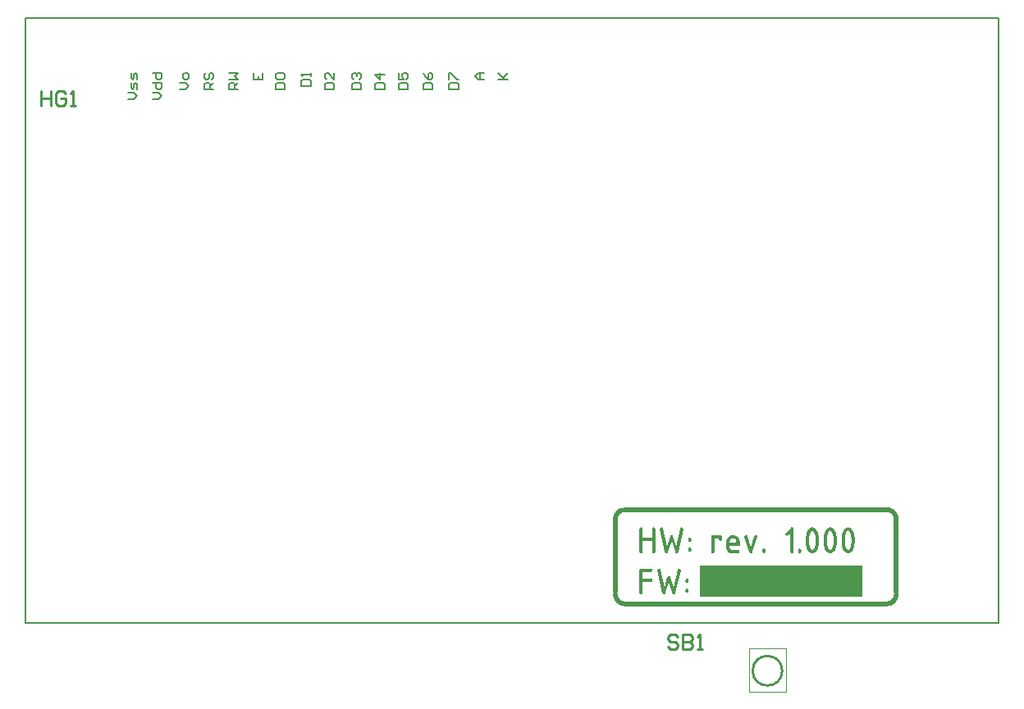
<source format=gto>
G04 Layer_Color=65535*
%FSLAX44Y44*%
%MOMM*%
G71*
G01*
G75*
%ADD10C,0.5000*%
%ADD26C,0.2540*%
%ADD27C,0.1000*%
%ADD28C,0.2000*%
%ADD29R,16.7500X3.2500*%
G36*
X812489Y239057D02*
X812734Y239009D01*
X813075Y238911D01*
X813417Y238667D01*
X813661Y238374D01*
X813856Y237983D01*
X813954Y237398D01*
Y214160D01*
Y214111D01*
X813905Y213916D01*
X813856Y213623D01*
X813759Y213330D01*
X813515Y213037D01*
X813222Y212744D01*
X812782Y212549D01*
X812197Y212500D01*
X812148D01*
X811953Y212549D01*
X811660Y212598D01*
X811367Y212695D01*
X811074Y212891D01*
X810781Y213183D01*
X810586Y213623D01*
X810537Y214160D01*
Y233883D01*
X808242Y231002D01*
X808145Y230905D01*
X807900Y230758D01*
X807510Y230612D01*
X807022Y230514D01*
X806973D01*
X806778Y230563D01*
X806485Y230612D01*
X806192Y230709D01*
X805899Y230954D01*
X805606Y231246D01*
X805411Y231637D01*
X805362Y232223D01*
Y232272D01*
Y232320D01*
X805411Y232613D01*
X805557Y233004D01*
X805801Y233395D01*
X810879Y238423D01*
X810927Y238472D01*
X810976Y238520D01*
X811269Y238764D01*
X811660Y239009D01*
X811953Y239057D01*
X812197Y239106D01*
X812294D01*
X812489Y239057D01*
D02*
G37*
G36*
X820496Y217089D02*
X820740Y217040D01*
X821082Y216943D01*
X821423Y216698D01*
X821667Y216406D01*
X821863Y216015D01*
X821960Y215429D01*
Y214160D01*
Y214111D01*
X821911Y213916D01*
X821863Y213623D01*
X821765Y213330D01*
X821521Y213037D01*
X821228Y212744D01*
X820789Y212549D01*
X820203Y212500D01*
X820154D01*
X819959Y212549D01*
X819666Y212598D01*
X819373Y212695D01*
X819080Y212891D01*
X818787Y213183D01*
X818592Y213623D01*
X818543Y214160D01*
Y215429D01*
Y215527D01*
X818592Y215722D01*
X818641Y215966D01*
X818738Y216308D01*
X818934Y216601D01*
X819227Y216894D01*
X819666Y217089D01*
X820203Y217138D01*
X820301D01*
X820496Y217089D01*
D02*
G37*
G36*
X775387Y231295D02*
X775631Y231246D01*
X775973Y231149D01*
X776315Y230905D01*
X776559Y230612D01*
X776754Y230221D01*
X776852Y229635D01*
Y229587D01*
Y229489D01*
X776803Y229342D01*
X776754Y229147D01*
X771677Y213818D01*
Y213769D01*
X771579Y213623D01*
X771482Y213379D01*
X771286Y213183D01*
X771091Y212939D01*
X770749Y212695D01*
X770408Y212549D01*
X769968Y212500D01*
X769773D01*
X769578Y212549D01*
X769285Y212647D01*
X769041Y212842D01*
X768748Y213037D01*
X768504Y213379D01*
X768308Y213818D01*
X763183Y229098D01*
Y229147D01*
Y229294D01*
X763134Y229635D01*
Y229684D01*
Y229782D01*
X763183Y230075D01*
X763329Y230465D01*
X763622Y230856D01*
X763719Y230954D01*
X763964Y231100D01*
X764305Y231246D01*
X764793Y231344D01*
X764989D01*
X765233Y231295D01*
X765477Y231198D01*
X765770Y231051D01*
X766014Y230856D01*
X766258Y230563D01*
X766453Y230172D01*
X769968Y218651D01*
X773483Y230172D01*
Y230221D01*
X773581Y230368D01*
X773679Y230563D01*
X773825Y230758D01*
X774069Y230954D01*
X774313Y231149D01*
X774655Y231295D01*
X775094Y231344D01*
X775192D01*
X775387Y231295D01*
D02*
G37*
G36*
X783540Y217089D02*
X783784Y217040D01*
X784126Y216943D01*
X784467Y216698D01*
X784712Y216406D01*
X784907Y216015D01*
X785005Y215429D01*
Y214160D01*
Y214111D01*
X784956Y213916D01*
X784907Y213623D01*
X784809Y213330D01*
X784565Y213037D01*
X784272Y212744D01*
X783833Y212549D01*
X783247Y212500D01*
X783198D01*
X783003Y212549D01*
X782710Y212598D01*
X782417Y212695D01*
X782124Y212891D01*
X781831Y213183D01*
X781636Y213623D01*
X781587Y214160D01*
Y215429D01*
Y215527D01*
X781636Y215722D01*
X781685Y215966D01*
X781783Y216308D01*
X781978Y216601D01*
X782271Y216894D01*
X782710Y217089D01*
X783247Y217138D01*
X783345D01*
X783540Y217089D01*
D02*
G37*
G36*
X852179Y239057D02*
X852423Y239009D01*
X852765Y238960D01*
X853156Y238813D01*
X853546Y238667D01*
X853986Y238472D01*
X854425Y238179D01*
X854913Y237837D01*
X855401Y237398D01*
X855889Y236909D01*
X856329Y236324D01*
X856768Y235591D01*
X857159Y234810D01*
X857500Y233883D01*
Y233834D01*
X857549Y233736D01*
X857598Y233541D01*
X857696Y233248D01*
X857793Y232955D01*
X857891Y232565D01*
X857989Y232076D01*
X858086Y231588D01*
X858184Y231002D01*
X858281Y230368D01*
X858477Y229001D01*
X858623Y227439D01*
X858672Y225779D01*
Y225730D01*
Y225583D01*
Y225339D01*
Y224998D01*
X858623Y224607D01*
Y224119D01*
X858574Y223582D01*
X858526Y222996D01*
X858379Y221727D01*
X858184Y220409D01*
X857891Y218993D01*
X857500Y217675D01*
Y217626D01*
X857403Y217431D01*
X857305Y217187D01*
X857159Y216845D01*
X856963Y216454D01*
X856719Y216015D01*
X856133Y215087D01*
X855352Y214160D01*
X854864Y213720D01*
X854327Y213330D01*
X853790Y212988D01*
X853156Y212744D01*
X852521Y212549D01*
X851789Y212500D01*
X851593D01*
X851398Y212549D01*
X851154Y212598D01*
X850812Y212647D01*
X850471Y212793D01*
X850031Y212939D01*
X849592Y213135D01*
X849152Y213428D01*
X848664Y213769D01*
X848176Y214160D01*
X847737Y214648D01*
X847249Y215234D01*
X846809Y215917D01*
X846419Y216747D01*
X846077Y217626D01*
Y217675D01*
X846028Y217772D01*
X845979Y217968D01*
X845882Y218212D01*
X845833Y218554D01*
X845735Y218944D01*
X845638Y219432D01*
X845540Y219921D01*
X845393Y220506D01*
X845296Y221141D01*
X845198Y221776D01*
X845149Y222508D01*
X845003Y224070D01*
X844954Y225779D01*
Y225828D01*
Y225974D01*
Y226218D01*
Y226560D01*
X845003Y226950D01*
Y227439D01*
X845052Y227976D01*
X845100Y228561D01*
X845247Y229831D01*
X845442Y231198D01*
X845686Y232565D01*
X846077Y233883D01*
Y233932D01*
X846174Y234127D01*
X846272Y234371D01*
X846419Y234713D01*
X846614Y235103D01*
X846858Y235543D01*
X847444Y236519D01*
X848225Y237446D01*
X848713Y237886D01*
X849250Y238276D01*
X849787Y238618D01*
X850422Y238862D01*
X851056Y239057D01*
X851789Y239106D01*
X851984D01*
X852179Y239057D01*
D02*
G37*
G36*
X833726D02*
X833970Y239009D01*
X834312Y238960D01*
X834702Y238813D01*
X835093Y238667D01*
X835532Y238472D01*
X835971Y238179D01*
X836460Y237837D01*
X836948Y237398D01*
X837436Y236909D01*
X837875Y236324D01*
X838315Y235591D01*
X838705Y234810D01*
X839047Y233883D01*
Y233834D01*
X839096Y233736D01*
X839145Y233541D01*
X839242Y233248D01*
X839340Y232955D01*
X839437Y232565D01*
X839535Y232076D01*
X839633Y231588D01*
X839730Y231002D01*
X839828Y230368D01*
X840023Y229001D01*
X840170Y227439D01*
X840219Y225779D01*
Y225730D01*
Y225583D01*
Y225339D01*
Y224998D01*
X840170Y224607D01*
Y224119D01*
X840121Y223582D01*
X840072Y222996D01*
X839926Y221727D01*
X839730Y220409D01*
X839437Y218993D01*
X839047Y217675D01*
Y217626D01*
X838949Y217431D01*
X838852Y217187D01*
X838705Y216845D01*
X838510Y216454D01*
X838266Y216015D01*
X837680Y215087D01*
X836899Y214160D01*
X836411Y213720D01*
X835874Y213330D01*
X835337Y212988D01*
X834702Y212744D01*
X834067Y212549D01*
X833335Y212500D01*
X833140D01*
X832945Y212549D01*
X832701Y212598D01*
X832359Y212647D01*
X832017Y212793D01*
X831578Y212939D01*
X831138Y213135D01*
X830699Y213428D01*
X830211Y213769D01*
X829723Y214160D01*
X829283Y214648D01*
X828795Y215234D01*
X828356Y215917D01*
X827965Y216747D01*
X827623Y217626D01*
Y217675D01*
X827574Y217772D01*
X827526Y217968D01*
X827428Y218212D01*
X827379Y218554D01*
X827282Y218944D01*
X827184Y219432D01*
X827086Y219921D01*
X826940Y220506D01*
X826842Y221141D01*
X826745Y221776D01*
X826696Y222508D01*
X826549Y224070D01*
X826500Y225779D01*
Y225828D01*
Y225974D01*
Y226218D01*
Y226560D01*
X826549Y226950D01*
Y227439D01*
X826598Y227976D01*
X826647Y228561D01*
X826793Y229831D01*
X826989Y231198D01*
X827233Y232565D01*
X827623Y233883D01*
Y233932D01*
X827721Y234127D01*
X827819Y234371D01*
X827965Y234713D01*
X828160Y235103D01*
X828404Y235543D01*
X828990Y236519D01*
X829771Y237446D01*
X830259Y237886D01*
X830797Y238276D01*
X831333Y238618D01*
X831968Y238862D01*
X832603Y239057D01*
X833335Y239106D01*
X833530D01*
X833726Y239057D01*
D02*
G37*
G36*
X707041Y218358D02*
X707285Y218309D01*
X707627Y218212D01*
X707968Y217968D01*
X708213Y217675D01*
X708408Y217284D01*
X708505Y216698D01*
Y215429D01*
Y215380D01*
X708457Y215185D01*
X708408Y214892D01*
X708310Y214599D01*
X708066Y214306D01*
X707773Y214013D01*
X707334Y213818D01*
X706748Y213769D01*
X706699D01*
X706504Y213818D01*
X706211Y213867D01*
X705918Y213965D01*
X705625Y214160D01*
X705332Y214453D01*
X705137Y214892D01*
X705088Y215429D01*
Y216698D01*
Y216796D01*
X705137Y216991D01*
X705186Y217235D01*
X705283Y217577D01*
X705479Y217870D01*
X705772Y218163D01*
X706211Y218358D01*
X706748Y218407D01*
X706846D01*
X707041Y218358D01*
D02*
G37*
G36*
X870633Y239057D02*
X870877Y239009D01*
X871218Y238960D01*
X871609Y238813D01*
X872000Y238667D01*
X872439Y238472D01*
X872878Y238179D01*
X873366Y237837D01*
X873855Y237398D01*
X874343Y236909D01*
X874782Y236324D01*
X875222Y235591D01*
X875612Y234810D01*
X875954Y233883D01*
Y233834D01*
X876003Y233736D01*
X876052Y233541D01*
X876149Y233248D01*
X876247Y232955D01*
X876345Y232565D01*
X876442Y232076D01*
X876540Y231588D01*
X876637Y231002D01*
X876735Y230368D01*
X876930Y229001D01*
X877077Y227439D01*
X877126Y225779D01*
Y225730D01*
Y225583D01*
Y225339D01*
Y224998D01*
X877077Y224607D01*
Y224119D01*
X877028Y223582D01*
X876979Y222996D01*
X876833Y221727D01*
X876637Y220409D01*
X876345Y218993D01*
X875954Y217675D01*
Y217626D01*
X875856Y217431D01*
X875759Y217187D01*
X875612Y216845D01*
X875417Y216454D01*
X875173Y216015D01*
X874587Y215087D01*
X873806Y214160D01*
X873318Y213720D01*
X872781Y213330D01*
X872244Y212988D01*
X871609Y212744D01*
X870974Y212549D01*
X870242Y212500D01*
X870047D01*
X869852Y212549D01*
X869607Y212598D01*
X869266Y212647D01*
X868924Y212793D01*
X868485Y212939D01*
X868045Y213135D01*
X867606Y213428D01*
X867118Y213769D01*
X866629Y214160D01*
X866190Y214648D01*
X865702Y215234D01*
X865263Y215917D01*
X864872Y216747D01*
X864530Y217626D01*
Y217675D01*
X864482Y217772D01*
X864433Y217968D01*
X864335Y218212D01*
X864286Y218554D01*
X864189Y218944D01*
X864091Y219432D01*
X863993Y219921D01*
X863847Y220506D01*
X863749Y221141D01*
X863652Y221776D01*
X863603Y222508D01*
X863456Y224070D01*
X863408Y225779D01*
Y225828D01*
Y225974D01*
Y226218D01*
Y226560D01*
X863456Y226950D01*
Y227439D01*
X863505Y227976D01*
X863554Y228561D01*
X863700Y229831D01*
X863896Y231198D01*
X864140Y232565D01*
X864530Y233883D01*
Y233932D01*
X864628Y234127D01*
X864726Y234371D01*
X864872Y234713D01*
X865067Y235103D01*
X865311Y235543D01*
X865897Y236519D01*
X866678Y237446D01*
X867167Y237886D01*
X867703Y238276D01*
X868241Y238618D01*
X868875Y238862D01*
X869510Y239057D01*
X870242Y239106D01*
X870437D01*
X870633Y239057D01*
D02*
G37*
G36*
X698693D02*
X698937Y239009D01*
X699279Y238911D01*
X699572Y238667D01*
X699865Y238374D01*
X700060Y237983D01*
X700109Y237398D01*
Y237349D01*
Y237300D01*
X700060Y237007D01*
X694934Y213867D01*
Y213818D01*
X694885Y213672D01*
X694787Y213428D01*
X694592Y213183D01*
X694397Y212939D01*
X694104Y212695D01*
X693713Y212549D01*
X693225Y212500D01*
X693030D01*
X692835Y212598D01*
X692542Y212695D01*
X692298Y212842D01*
X692005Y213086D01*
X691761Y213428D01*
X691565Y213867D01*
X688099Y225144D01*
X684633Y213867D01*
Y213818D01*
X684535Y213672D01*
X684438Y213428D01*
X684242Y213183D01*
X684047Y212939D01*
X683706Y212695D01*
X683364Y212549D01*
X682924Y212500D01*
X682729D01*
X682485Y212549D01*
X682192Y212647D01*
X681948Y212793D01*
X681655Y212988D01*
X681460Y213232D01*
X681313Y213623D01*
X676090Y237007D01*
Y237056D01*
Y237153D01*
Y237398D01*
Y237495D01*
X676139Y237691D01*
X676187Y237935D01*
X676285Y238276D01*
X676480Y238569D01*
X676773Y238862D01*
X677213Y239057D01*
X677750Y239106D01*
X677994D01*
X678189Y239057D01*
X678482Y238960D01*
X678775Y238862D01*
X679019Y238667D01*
X679214Y238374D01*
X679361Y238032D01*
X683266Y219384D01*
X686439Y229977D01*
Y230026D01*
X686537Y230172D01*
X686635Y230417D01*
X686830Y230661D01*
X687025Y230905D01*
X687318Y231149D01*
X687660Y231295D01*
X688050Y231344D01*
X688246D01*
X688490Y231295D01*
X688734Y231198D01*
X689027Y231051D01*
X689271Y230856D01*
X689515Y230612D01*
X689661Y230221D01*
X692932Y219384D01*
X696740Y237739D01*
Y237788D01*
X696789Y237935D01*
X696887Y238179D01*
X697082Y238423D01*
X697277Y238667D01*
X697570Y238911D01*
X697961Y239057D01*
X698400Y239106D01*
X698498D01*
X698693Y239057D01*
D02*
G37*
G36*
X704405Y175858D02*
X704649Y175809D01*
X704990Y175712D01*
X705332Y175468D01*
X705576Y175175D01*
X705772Y174784D01*
X705869Y174198D01*
Y172929D01*
Y172880D01*
X705820Y172685D01*
X705772Y172392D01*
X705674Y172099D01*
X705430Y171806D01*
X705137Y171513D01*
X704697Y171318D01*
X704112Y171269D01*
X704063D01*
X703868Y171318D01*
X703575Y171367D01*
X703282Y171465D01*
X702989Y171660D01*
X702696Y171953D01*
X702501Y172392D01*
X702452Y172929D01*
Y174198D01*
Y174296D01*
X702501Y174491D01*
X702550Y174735D01*
X702647Y175077D01*
X702842Y175370D01*
X703135Y175663D01*
X703575Y175858D01*
X704112Y175907D01*
X704209D01*
X704405Y175858D01*
D02*
G37*
G36*
X667253Y196557D02*
X667498Y196509D01*
X667839Y196411D01*
X668181Y196167D01*
X668425Y195874D01*
X668621Y195483D01*
X668718Y194898D01*
Y194849D01*
X668669Y194653D01*
X668621Y194361D01*
X668523Y194068D01*
X668279Y193775D01*
X667986Y193482D01*
X667546Y193287D01*
X666961Y193238D01*
X658417D01*
Y186257D01*
X667058D01*
X667253Y186208D01*
X667498Y186159D01*
X667839Y186061D01*
X668181Y185817D01*
X668425Y185524D01*
X668621Y185134D01*
X668718Y184548D01*
Y184499D01*
X668669Y184304D01*
X668621Y184011D01*
X668523Y183718D01*
X668279Y183425D01*
X667986Y183132D01*
X667546Y182937D01*
X666961Y182888D01*
X658417D01*
Y171660D01*
Y171611D01*
X658369Y171416D01*
X658320Y171123D01*
X658222Y170830D01*
X657978Y170537D01*
X657685Y170244D01*
X657246Y170049D01*
X656660Y170000D01*
X656611D01*
X656416Y170049D01*
X656123Y170098D01*
X655830Y170195D01*
X655537Y170390D01*
X655244Y170683D01*
X655049Y171123D01*
X655000Y171660D01*
Y194898D01*
Y194995D01*
X655049Y195191D01*
X655098Y195435D01*
X655195Y195776D01*
X655391Y196069D01*
X655684Y196362D01*
X656123Y196557D01*
X656660Y196606D01*
X667058D01*
X667253Y196557D01*
D02*
G37*
G36*
X704405Y186208D02*
X704649Y186159D01*
X704990Y186061D01*
X705332Y185817D01*
X705576Y185524D01*
X705772Y185134D01*
X705869Y184548D01*
Y183279D01*
Y183230D01*
X705820Y183035D01*
X705772Y182742D01*
X705674Y182449D01*
X705430Y182156D01*
X705137Y181863D01*
X704697Y181668D01*
X704112Y181619D01*
X704063D01*
X703868Y181668D01*
X703575Y181716D01*
X703282Y181814D01*
X702989Y182009D01*
X702696Y182302D01*
X702501Y182742D01*
X702452Y183279D01*
Y184548D01*
Y184646D01*
X702501Y184841D01*
X702550Y185085D01*
X702647Y185427D01*
X702842Y185720D01*
X703135Y186013D01*
X703575Y186208D01*
X704112Y186257D01*
X704209D01*
X704405Y186208D01*
D02*
G37*
G36*
X696057Y196557D02*
X696301Y196509D01*
X696642Y196411D01*
X696935Y196167D01*
X697228Y195874D01*
X697423Y195483D01*
X697472Y194898D01*
Y194849D01*
Y194800D01*
X697423Y194507D01*
X692298Y171367D01*
Y171318D01*
X692249Y171172D01*
X692151Y170928D01*
X691956Y170683D01*
X691761Y170439D01*
X691468Y170195D01*
X691077Y170049D01*
X690589Y170000D01*
X690394D01*
X690198Y170098D01*
X689905Y170195D01*
X689661Y170342D01*
X689368Y170586D01*
X689124Y170928D01*
X688929Y171367D01*
X685463Y182644D01*
X681997Y171367D01*
Y171318D01*
X681899Y171172D01*
X681802Y170928D01*
X681606Y170683D01*
X681411Y170439D01*
X681069Y170195D01*
X680727Y170049D01*
X680288Y170000D01*
X680093D01*
X679849Y170049D01*
X679556Y170146D01*
X679312Y170293D01*
X679019Y170488D01*
X678824Y170732D01*
X678677Y171123D01*
X673454Y194507D01*
Y194556D01*
Y194653D01*
Y194898D01*
Y194995D01*
X673502Y195191D01*
X673551Y195435D01*
X673649Y195776D01*
X673844Y196069D01*
X674137Y196362D01*
X674576Y196557D01*
X675113Y196606D01*
X675358D01*
X675553Y196557D01*
X675846Y196460D01*
X676139Y196362D01*
X676383Y196167D01*
X676578Y195874D01*
X676724Y195532D01*
X680630Y176883D01*
X683803Y187477D01*
Y187526D01*
X683901Y187672D01*
X683998Y187917D01*
X684194Y188161D01*
X684389Y188405D01*
X684682Y188649D01*
X685024Y188795D01*
X685414Y188844D01*
X685609D01*
X685854Y188795D01*
X686098Y188698D01*
X686391Y188551D01*
X686635Y188356D01*
X686879Y188112D01*
X687025Y187721D01*
X690296Y176883D01*
X694104Y195239D01*
Y195288D01*
X694153Y195435D01*
X694250Y195679D01*
X694446Y195923D01*
X694641Y196167D01*
X694934Y196411D01*
X695324Y196557D01*
X695764Y196606D01*
X695861D01*
X696057Y196557D01*
D02*
G37*
G36*
X707041Y228708D02*
X707285Y228659D01*
X707627Y228561D01*
X707968Y228317D01*
X708213Y228024D01*
X708408Y227634D01*
X708505Y227048D01*
Y225779D01*
Y225730D01*
X708457Y225535D01*
X708408Y225242D01*
X708310Y224949D01*
X708066Y224656D01*
X707773Y224363D01*
X707334Y224168D01*
X706748Y224119D01*
X706699D01*
X706504Y224168D01*
X706211Y224216D01*
X705918Y224314D01*
X705625Y224509D01*
X705332Y224802D01*
X705137Y225242D01*
X705088Y225779D01*
Y227048D01*
Y227146D01*
X705137Y227341D01*
X705186Y227585D01*
X705283Y227927D01*
X705479Y228220D01*
X705772Y228513D01*
X706211Y228708D01*
X706748Y228757D01*
X706846D01*
X707041Y228708D01*
D02*
G37*
G36*
X752003Y231295D02*
X752540Y231246D01*
X753223Y231100D01*
X753956Y230856D01*
X754786Y230514D01*
X755616Y230026D01*
X756397Y229342D01*
X756494Y229245D01*
X756690Y229001D01*
X757031Y228561D01*
X757422Y227976D01*
X757764Y227292D01*
X758105Y226462D01*
X758301Y225535D01*
X758398Y224509D01*
Y220262D01*
X748098D01*
Y218065D01*
Y218016D01*
Y217919D01*
X748146Y217724D01*
X748195Y217528D01*
X748390Y217040D01*
X748537Y216747D01*
X748732Y216503D01*
X748781Y216454D01*
X748830Y216406D01*
X748976Y216308D01*
X749172Y216210D01*
X749611Y215966D01*
X749904Y215917D01*
X750197Y215868D01*
X756738D01*
X756934Y215820D01*
X757178Y215771D01*
X757520Y215673D01*
X757861Y215429D01*
X758105Y215136D01*
X758301Y214746D01*
X758398Y214160D01*
Y214111D01*
X758349Y213916D01*
X758301Y213623D01*
X758203Y213330D01*
X757959Y213037D01*
X757666Y212744D01*
X757227Y212549D01*
X756641Y212500D01*
X750099D01*
X749806Y212549D01*
X749367Y212598D01*
X748830Y212695D01*
X748195Y212891D01*
X747561Y213183D01*
X746877Y213525D01*
X746242Y214062D01*
X746194Y214160D01*
X745998Y214355D01*
X745754Y214697D01*
X745461Y215185D01*
X745168Y215722D01*
X744924Y216406D01*
X744729Y217187D01*
X744680Y218016D01*
Y224461D01*
Y224509D01*
Y224607D01*
Y224753D01*
X744729Y224949D01*
X744778Y225486D01*
X744924Y226169D01*
X745168Y226902D01*
X745510Y227731D01*
X745998Y228561D01*
X746633Y229342D01*
X746731Y229440D01*
X746975Y229635D01*
X747414Y229977D01*
X748000Y230368D01*
X748683Y230709D01*
X749562Y231051D01*
X750490Y231246D01*
X751515Y231344D01*
X751808D01*
X752003Y231295D01*
D02*
G37*
G36*
X669841Y239057D02*
X670085Y239009D01*
X670427Y238911D01*
X670769Y238667D01*
X671013Y238374D01*
X671208Y237983D01*
X671305Y237398D01*
Y214160D01*
Y214111D01*
X671257Y213916D01*
X671208Y213623D01*
X671110Y213330D01*
X670866Y213037D01*
X670573Y212744D01*
X670134Y212549D01*
X669548Y212500D01*
X669499D01*
X669304Y212549D01*
X669011Y212598D01*
X668718Y212695D01*
X668425Y212891D01*
X668132Y213183D01*
X667937Y213623D01*
X667888Y214160D01*
Y225388D01*
X658417D01*
Y214160D01*
Y214111D01*
X658369Y213916D01*
X658320Y213623D01*
X658222Y213330D01*
X657978Y213037D01*
X657685Y212744D01*
X657246Y212549D01*
X656660Y212500D01*
X656611D01*
X656416Y212549D01*
X656123Y212598D01*
X655830Y212695D01*
X655537Y212891D01*
X655244Y213183D01*
X655049Y213623D01*
X655000Y214160D01*
Y237398D01*
Y237495D01*
X655049Y237691D01*
X655098Y237935D01*
X655195Y238276D01*
X655391Y238569D01*
X655684Y238862D01*
X656123Y239057D01*
X656660Y239106D01*
X656758D01*
X656953Y239057D01*
X657197Y239009D01*
X657539Y238911D01*
X657880Y238667D01*
X658124Y238374D01*
X658320Y237983D01*
X658417Y237398D01*
Y228757D01*
X667888D01*
Y237398D01*
Y237495D01*
X667937Y237691D01*
X667986Y237935D01*
X668083Y238276D01*
X668279Y238569D01*
X668572Y238862D01*
X669011Y239057D01*
X669548Y239106D01*
X669646D01*
X669841Y239057D01*
D02*
G37*
G36*
X738529Y231295D02*
X738773Y231246D01*
X739115Y231149D01*
X739457Y230905D01*
X739701Y230612D01*
X739896Y230221D01*
X739994Y229635D01*
Y227048D01*
Y226999D01*
X739945Y226804D01*
X739896Y226511D01*
X739798Y226218D01*
X739554Y225925D01*
X739261Y225632D01*
X738822Y225437D01*
X738236Y225388D01*
X738187D01*
X737992Y225437D01*
X737699Y225486D01*
X737406Y225583D01*
X737113Y225779D01*
X736820Y226072D01*
X736625Y226511D01*
X736576Y227048D01*
Y227976D01*
X732280D01*
Y214160D01*
Y214111D01*
X732231Y213916D01*
X732183Y213623D01*
X732085Y213330D01*
X731841Y213037D01*
X731548Y212744D01*
X731108Y212549D01*
X730523Y212500D01*
X730474D01*
X730279Y212549D01*
X729986Y212598D01*
X729693Y212695D01*
X729400Y212891D01*
X729107Y213183D01*
X728912Y213623D01*
X728863Y214160D01*
Y229635D01*
Y229733D01*
X728912Y229928D01*
X728960Y230172D01*
X729058Y230514D01*
X729253Y230807D01*
X729546Y231100D01*
X729986Y231295D01*
X730523Y231344D01*
X738334D01*
X738529Y231295D01*
D02*
G37*
%LPC*%
G36*
X851789Y235738D02*
X851691D01*
X851496Y235689D01*
X851154Y235543D01*
X850763Y235250D01*
X850568Y235005D01*
X850324Y234761D01*
X850080Y234420D01*
X849885Y234029D01*
X849641Y233590D01*
X849445Y233004D01*
X849250Y232418D01*
X849055Y231686D01*
Y231637D01*
X849006Y231539D01*
Y231393D01*
X848957Y231198D01*
X848908Y230954D01*
X848859Y230612D01*
X848713Y229879D01*
X848567Y229001D01*
X848469Y228024D01*
X848420Y226902D01*
X848371Y225779D01*
Y225730D01*
Y225632D01*
Y225486D01*
Y225242D01*
Y224949D01*
X848420Y224607D01*
X848469Y223826D01*
X848518Y222947D01*
X848664Y221922D01*
X848811Y220897D01*
X849006Y219823D01*
Y219774D01*
X849055Y219676D01*
X849104Y219481D01*
X849201Y219188D01*
X849397Y218554D01*
X849738Y217870D01*
X850129Y217138D01*
X850617Y216503D01*
X850861Y216259D01*
X851154Y216064D01*
X851447Y215917D01*
X851789Y215868D01*
X851886D01*
X852082Y215917D01*
X852423Y216064D01*
X852814Y216357D01*
X853058Y216552D01*
X853253Y216845D01*
X853497Y217138D01*
X853741Y217528D01*
X853937Y217968D01*
X854181Y218505D01*
X854376Y219139D01*
X854571Y219823D01*
Y219872D01*
X854620Y219969D01*
Y220116D01*
X854669Y220311D01*
X854718Y220555D01*
X854767Y220897D01*
X854913Y221629D01*
X855060Y222508D01*
X855157Y223533D01*
X855206Y224607D01*
X855255Y225779D01*
Y225828D01*
Y225925D01*
Y226072D01*
Y226316D01*
Y226609D01*
X855206Y226902D01*
X855157Y227683D01*
X855108Y228610D01*
X854962Y229635D01*
X854815Y230661D01*
X854571Y231735D01*
Y231783D01*
X854522Y231930D01*
X854474Y232125D01*
X854376Y232369D01*
X854181Y233004D01*
X853839Y233736D01*
X853448Y234468D01*
X853009Y235103D01*
X852716Y235347D01*
X852423Y235591D01*
X852130Y235689D01*
X851789Y235738D01*
D02*
G37*
G36*
X833335D02*
X833238D01*
X833042Y235689D01*
X832701Y235543D01*
X832310Y235250D01*
X832115Y235005D01*
X831870Y234761D01*
X831627Y234420D01*
X831431Y234029D01*
X831187Y233590D01*
X830992Y233004D01*
X830797Y232418D01*
X830601Y231686D01*
Y231637D01*
X830552Y231539D01*
Y231393D01*
X830504Y231198D01*
X830455Y230954D01*
X830406Y230612D01*
X830259Y229879D01*
X830113Y229001D01*
X830015Y228024D01*
X829967Y226902D01*
X829918Y225779D01*
Y225730D01*
Y225632D01*
Y225486D01*
Y225242D01*
Y224949D01*
X829967Y224607D01*
X830015Y223826D01*
X830064Y222947D01*
X830211Y221922D01*
X830357Y220897D01*
X830552Y219823D01*
Y219774D01*
X830601Y219676D01*
X830650Y219481D01*
X830748Y219188D01*
X830943Y218554D01*
X831285Y217870D01*
X831675Y217138D01*
X832163Y216503D01*
X832408Y216259D01*
X832701Y216064D01*
X832993Y215917D01*
X833335Y215868D01*
X833433D01*
X833628Y215917D01*
X833970Y216064D01*
X834360Y216357D01*
X834604Y216552D01*
X834800Y216845D01*
X835044Y217138D01*
X835288Y217528D01*
X835483Y217968D01*
X835727Y218505D01*
X835922Y219139D01*
X836118Y219823D01*
Y219872D01*
X836167Y219969D01*
Y220116D01*
X836215Y220311D01*
X836264Y220555D01*
X836313Y220897D01*
X836460Y221629D01*
X836606Y222508D01*
X836704Y223533D01*
X836752Y224607D01*
X836801Y225779D01*
Y225828D01*
Y225925D01*
Y226072D01*
Y226316D01*
Y226609D01*
X836752Y226902D01*
X836704Y227683D01*
X836655Y228610D01*
X836508Y229635D01*
X836362Y230661D01*
X836118Y231735D01*
Y231783D01*
X836069Y231930D01*
X836020Y232125D01*
X835922Y232369D01*
X835727Y233004D01*
X835386Y233736D01*
X834995Y234468D01*
X834556Y235103D01*
X834263Y235347D01*
X833970Y235591D01*
X833677Y235689D01*
X833335Y235738D01*
D02*
G37*
G36*
X870242D02*
X870145D01*
X869949Y235689D01*
X869607Y235543D01*
X869217Y235250D01*
X869022Y235005D01*
X868778Y234761D01*
X868533Y234420D01*
X868338Y234029D01*
X868094Y233590D01*
X867899Y233004D01*
X867703Y232418D01*
X867508Y231686D01*
Y231637D01*
X867459Y231539D01*
Y231393D01*
X867411Y231198D01*
X867362Y230954D01*
X867313Y230612D01*
X867167Y229879D01*
X867020Y229001D01*
X866922Y228024D01*
X866874Y226902D01*
X866825Y225779D01*
Y225730D01*
Y225632D01*
Y225486D01*
Y225242D01*
Y224949D01*
X866874Y224607D01*
X866922Y223826D01*
X866971Y222947D01*
X867118Y221922D01*
X867264Y220897D01*
X867459Y219823D01*
Y219774D01*
X867508Y219676D01*
X867557Y219481D01*
X867655Y219188D01*
X867850Y218554D01*
X868192Y217870D01*
X868582Y217138D01*
X869071Y216503D01*
X869315Y216259D01*
X869607Y216064D01*
X869900Y215917D01*
X870242Y215868D01*
X870340D01*
X870535Y215917D01*
X870877Y216064D01*
X871267Y216357D01*
X871511Y216552D01*
X871707Y216845D01*
X871951Y217138D01*
X872195Y217528D01*
X872390Y217968D01*
X872634Y218505D01*
X872830Y219139D01*
X873025Y219823D01*
Y219872D01*
X873074Y219969D01*
Y220116D01*
X873122Y220311D01*
X873171Y220555D01*
X873220Y220897D01*
X873366Y221629D01*
X873513Y222508D01*
X873611Y223533D01*
X873659Y224607D01*
X873708Y225779D01*
Y225828D01*
Y225925D01*
Y226072D01*
Y226316D01*
Y226609D01*
X873659Y226902D01*
X873611Y227683D01*
X873562Y228610D01*
X873415Y229635D01*
X873269Y230661D01*
X873025Y231735D01*
Y231783D01*
X872976Y231930D01*
X872927Y232125D01*
X872830Y232369D01*
X872634Y233004D01*
X872292Y233736D01*
X871902Y234468D01*
X871463Y235103D01*
X871170Y235347D01*
X870877Y235591D01*
X870584Y235689D01*
X870242Y235738D01*
D02*
G37*
G36*
X751515Y227976D02*
X751271D01*
X751027Y227927D01*
X750685Y227829D01*
X750294Y227731D01*
X749904Y227536D01*
X749464Y227292D01*
X749074Y226950D01*
X749025Y226902D01*
X748927Y226755D01*
X748781Y226560D01*
X748586Y226267D01*
X748390Y225925D01*
X748244Y225486D01*
X748146Y225046D01*
X748098Y224509D01*
Y223631D01*
X754981D01*
Y224509D01*
Y224558D01*
Y224753D01*
X754932Y224998D01*
X754835Y225339D01*
X754737Y225730D01*
X754542Y226120D01*
X754297Y226560D01*
X753956Y226950D01*
X753907Y226999D01*
X753761Y227097D01*
X753565Y227292D01*
X753272Y227487D01*
X752931Y227634D01*
X752491Y227829D01*
X752052Y227927D01*
X751515Y227976D01*
D02*
G37*
%LPD*%
D10*
X640000Y257500D02*
G03*
X630000Y247500I0J-10000D01*
G01*
X630000Y170000D02*
G03*
X640000Y160000I10000J0D01*
G01*
X910000D02*
G03*
X920000Y170000I0J10000D01*
G01*
X920000Y247500D02*
G03*
X910000Y257500I-10000J0D01*
G01*
X630000Y172500D02*
X630000Y250000D01*
X640000Y160000D02*
X910000D01*
X920000Y172500D02*
Y247500D01*
X640000Y257500D02*
X910000D01*
D26*
X802240Y90999D02*
G03*
X802240Y90999I-15240J0D01*
G01*
X37600Y690235D02*
Y675000D01*
Y682617D01*
X47757D01*
Y690235D01*
Y675000D01*
X62992Y687696D02*
X60453Y690235D01*
X55374D01*
X52835Y687696D01*
Y677539D01*
X55374Y675000D01*
X60453D01*
X62992Y677539D01*
Y682617D01*
X57913D01*
X68070Y675000D02*
X73148D01*
X70609D01*
Y690235D01*
X68070Y687696D01*
X694657Y126196D02*
X692117Y128735D01*
X687039D01*
X684500Y126196D01*
Y123657D01*
X687039Y121117D01*
X692117D01*
X694657Y118578D01*
Y116039D01*
X692117Y113500D01*
X687039D01*
X684500Y116039D01*
X699735Y128735D02*
Y113500D01*
X707353D01*
X709892Y116039D01*
Y118578D01*
X707353Y121117D01*
X699735D01*
X707353D01*
X709892Y123657D01*
Y126196D01*
X707353Y128735D01*
X699735D01*
X714970Y113500D02*
X720049D01*
X717509D01*
Y128735D01*
X714970Y126196D01*
D27*
X767950Y113859D02*
X806050D01*
Y69409D02*
Y113859D01*
X767950Y69409D02*
X806050D01*
X767950D02*
Y113859D01*
D28*
X21270Y140680D02*
X21270Y765520D01*
X1025840D01*
X1025840Y140680D01*
X21270D02*
X1025840D01*
X126843Y681700D02*
X133508D01*
X136840Y685032D01*
X133508Y688364D01*
X126843D01*
X136840Y691697D02*
Y696695D01*
X135174Y698361D01*
X133508Y696695D01*
Y693363D01*
X131842Y691697D01*
X130176Y693363D01*
Y698361D01*
X136840Y701694D02*
Y706692D01*
X135174Y708358D01*
X133508Y706692D01*
Y703360D01*
X131842Y701694D01*
X130176Y703360D01*
Y708358D01*
X152243Y681700D02*
X158908D01*
X162240Y685032D01*
X158908Y688364D01*
X152243D01*
Y698361D02*
X162240D01*
Y693363D01*
X160574Y691697D01*
X157242D01*
X155576Y693363D01*
Y698361D01*
X152243Y708358D02*
X162240D01*
Y703360D01*
X160574Y701693D01*
X157242D01*
X155576Y703360D01*
Y708358D01*
X180183Y691697D02*
X186848D01*
X190180Y695029D01*
X186848Y698361D01*
X180183D01*
X190180Y703360D02*
Y706692D01*
X188514Y708358D01*
X185182D01*
X183515Y706692D01*
Y703360D01*
X185182Y701694D01*
X188514D01*
X190180Y703360D01*
X215580Y691697D02*
X205583D01*
Y696695D01*
X207249Y698361D01*
X210582D01*
X212248Y696695D01*
Y691697D01*
Y695029D02*
X215580Y698361D01*
X207249Y708358D02*
X205583Y706692D01*
Y703360D01*
X207249Y701694D01*
X208916D01*
X210582Y703360D01*
Y706692D01*
X212248Y708358D01*
X213914D01*
X215580Y706692D01*
Y703360D01*
X213914Y701694D01*
X240980Y691697D02*
X230983D01*
Y696695D01*
X232649Y698361D01*
X235982D01*
X237648Y696695D01*
Y691697D01*
Y695029D02*
X240980Y698361D01*
X230983Y701694D02*
X240980D01*
X237648Y705026D01*
X240980Y708358D01*
X230983D01*
X256383D02*
Y701694D01*
X266380D01*
Y708358D01*
X261382Y701694D02*
Y705026D01*
X279243Y691697D02*
X289240D01*
Y696695D01*
X287574Y698361D01*
X280909D01*
X279243Y696695D01*
Y691697D01*
X280909Y701694D02*
X279243Y703360D01*
Y706692D01*
X280909Y708358D01*
X287574D01*
X289240Y706692D01*
Y703360D01*
X287574Y701694D01*
X280909D01*
X305913Y695029D02*
X315910D01*
Y700027D01*
X314244Y701693D01*
X307579D01*
X305913Y700027D01*
Y695029D01*
X315910Y705026D02*
Y708358D01*
Y706692D01*
X305913D01*
X307579Y705026D01*
X330043Y691697D02*
X340040D01*
Y696695D01*
X338374Y698361D01*
X331709D01*
X330043Y696695D01*
Y691697D01*
X340040Y708358D02*
Y701694D01*
X333376Y708358D01*
X331709D01*
X330043Y706692D01*
Y703360D01*
X331709Y701694D01*
X357983Y691697D02*
X367980D01*
Y696695D01*
X366314Y698361D01*
X359649D01*
X357983Y696695D01*
Y691697D01*
X359649Y701694D02*
X357983Y703360D01*
Y706692D01*
X359649Y708358D01*
X361315D01*
X362982Y706692D01*
Y705026D01*
Y706692D01*
X364648Y708358D01*
X366314D01*
X367980Y706692D01*
Y703360D01*
X366314Y701694D01*
X382113Y691697D02*
X392110D01*
Y696695D01*
X390444Y698361D01*
X383779D01*
X382113Y696695D01*
Y691697D01*
X392110Y706692D02*
X382113D01*
X387112Y701694D01*
Y708358D01*
X406243Y691697D02*
X416240D01*
Y696695D01*
X414574Y698361D01*
X407909D01*
X406243Y696695D01*
Y691697D01*
Y708358D02*
Y701694D01*
X411242D01*
X409576Y705026D01*
Y706692D01*
X411242Y708358D01*
X414574D01*
X416240Y706692D01*
Y703360D01*
X414574Y701694D01*
X431643Y691697D02*
X441640D01*
Y696695D01*
X439974Y698361D01*
X433309D01*
X431643Y696695D01*
Y691697D01*
Y708358D02*
X433309Y705026D01*
X436642Y701694D01*
X439974D01*
X441640Y703360D01*
Y706692D01*
X439974Y708358D01*
X438308D01*
X436642Y706692D01*
Y701694D01*
X458313Y691697D02*
X468310D01*
Y696695D01*
X466644Y698361D01*
X459979D01*
X458313Y696695D01*
Y691697D01*
Y701694D02*
Y708358D01*
X459979D01*
X466644Y701694D01*
X468310D01*
X494980D02*
X488316D01*
X484983Y705026D01*
X488316Y708358D01*
X494980D01*
X489982D01*
Y701694D01*
X509113Y701694D02*
X519110D01*
X515778D01*
X509113Y708358D01*
X514112Y703360D01*
X519110Y708358D01*
D29*
X801250Y183750D02*
D03*
M02*

</source>
